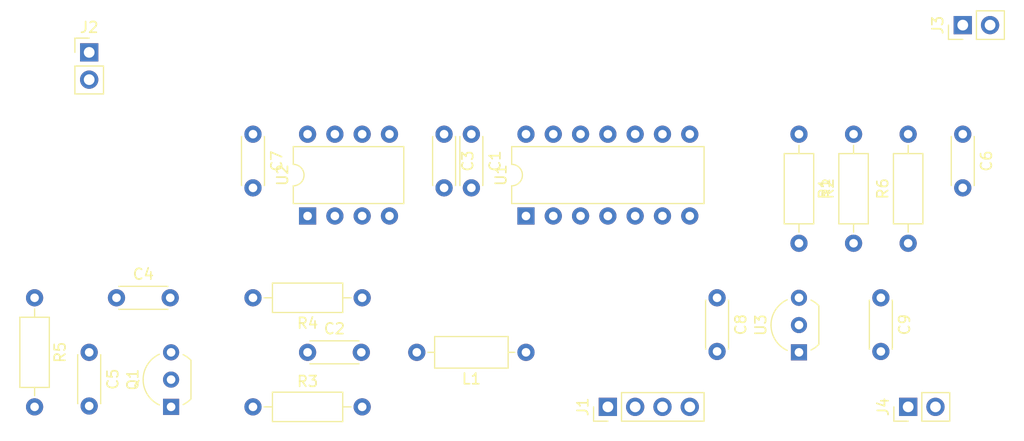
<source format=kicad_pcb>
(kicad_pcb (version 20171130) (host pcbnew "(5.0.2)-1")

  (general
    (thickness 1.6)
    (drawings 0)
    (tracks 0)
    (zones 0)
    (modules 24)
    (nets 20)
  )

  (page A4)
  (title_block
    (title "Theremin Phase Shift Sensor")
    (date 2019-10-10)
    (rev v0.1)
    (comment 1 "Teensy 4 Theremin Project")
    (comment 2 "(c) Vadim Lopatin 2019")
  )

  (layers
    (0 F.Cu signal)
    (31 B.Cu signal)
    (32 B.Adhes user)
    (33 F.Adhes user)
    (34 B.Paste user)
    (35 F.Paste user)
    (36 B.SilkS user)
    (37 F.SilkS user)
    (38 B.Mask user)
    (39 F.Mask user)
    (40 Dwgs.User user)
    (41 Cmts.User user)
    (42 Eco1.User user)
    (43 Eco2.User user)
    (44 Edge.Cuts user)
    (45 Margin user)
    (46 B.CrtYd user)
    (47 F.CrtYd user)
    (48 B.Fab user)
    (49 F.Fab user)
  )

  (setup
    (last_trace_width 0.25)
    (trace_clearance 0.2)
    (zone_clearance 0.508)
    (zone_45_only no)
    (trace_min 0.2)
    (segment_width 0.2)
    (edge_width 0.15)
    (via_size 0.8)
    (via_drill 0.4)
    (via_min_size 0.4)
    (via_min_drill 0.3)
    (uvia_size 0.3)
    (uvia_drill 0.1)
    (uvias_allowed no)
    (uvia_min_size 0.2)
    (uvia_min_drill 0.1)
    (pcb_text_width 0.3)
    (pcb_text_size 1.5 1.5)
    (mod_edge_width 0.15)
    (mod_text_size 1 1)
    (mod_text_width 0.15)
    (pad_size 1.524 1.524)
    (pad_drill 0.762)
    (pad_to_mask_clearance 0.051)
    (solder_mask_min_width 0.25)
    (aux_axis_origin 0 0)
    (visible_elements 7FFFFFFF)
    (pcbplotparams
      (layerselection 0x010fc_ffffffff)
      (usegerberextensions false)
      (usegerberattributes false)
      (usegerberadvancedattributes false)
      (creategerberjobfile false)
      (excludeedgelayer true)
      (linewidth 0.100000)
      (plotframeref false)
      (viasonmask false)
      (mode 1)
      (useauxorigin false)
      (hpglpennumber 1)
      (hpglpenspeed 20)
      (hpglpendiameter 15.000000)
      (psnegative false)
      (psa4output false)
      (plotreference true)
      (plotvalue true)
      (plotinvisibletext false)
      (padsonsilk false)
      (subtractmaskfromsilk false)
      (outputformat 1)
      (mirror false)
      (drillshape 1)
      (scaleselection 1)
      (outputdirectory ""))
  )

  (net 0 "")
  (net 1 +3V3)
  (net 2 GND)
  (net 3 "Net-(U2-Pad2)")
  (net 4 "Net-(U2-Pad3)")
  (net 5 "Net-(U2-Pad6)")
  (net 6 /REF_CLK)
  (net 7 "Net-(U1-Pad6)")
  (net 8 /PWM_OUT)
  (net 9 "Net-(U1-Pad10)")
  (net 10 "Net-(U2-Pad7)")
  (net 11 "Net-(C2-Pad1)")
  (net 12 "Net-(C6-Pad2)")
  (net 13 "Net-(C6-Pad1)")
  (net 14 "Net-(C5-Pad2)")
  (net 15 +5V)
  (net 16 "Net-(U1-Pad8)")
  (net 17 "Net-(L1-Pad1)")
  (net 18 "Net-(U1-Pad12)")
  (net 19 "Net-(C2-Pad2)")

  (net_class Default "This is the default net class."
    (clearance 0.2)
    (trace_width 0.25)
    (via_dia 0.8)
    (via_drill 0.4)
    (uvia_dia 0.3)
    (uvia_drill 0.1)
    (add_net +3V3)
    (add_net +5V)
    (add_net /PWM_OUT)
    (add_net /REF_CLK)
    (add_net GND)
    (add_net "Net-(C2-Pad1)")
    (add_net "Net-(C2-Pad2)")
    (add_net "Net-(C5-Pad2)")
    (add_net "Net-(C6-Pad1)")
    (add_net "Net-(C6-Pad2)")
    (add_net "Net-(L1-Pad1)")
    (add_net "Net-(U1-Pad10)")
    (add_net "Net-(U1-Pad12)")
    (add_net "Net-(U1-Pad6)")
    (add_net "Net-(U1-Pad8)")
    (add_net "Net-(U2-Pad2)")
    (add_net "Net-(U2-Pad3)")
    (add_net "Net-(U2-Pad6)")
    (add_net "Net-(U2-Pad7)")
  )

  (module Package_TO_SOT_THT:TO-92_Inline_Wide (layer F.Cu) (tedit 5A02FF81) (tstamp 5DD4C50B)
    (at 78.74 119.38 90)
    (descr "TO-92 leads in-line, wide, drill 0.75mm (see NXP sot054_po.pdf)")
    (tags "to-92 sc-43 sc-43a sot54 PA33 transistor")
    (path /5DD6481C)
    (fp_text reference Q1 (at 2.54 -3.56 90) (layer F.SilkS)
      (effects (font (size 1 1) (thickness 0.15)))
    )
    (fp_text value 2N3904 (at 2.54 2.79 90) (layer F.Fab)
      (effects (font (size 1 1) (thickness 0.15)))
    )
    (fp_arc (start 2.54 0) (end 4.34 1.85) (angle -20) (layer F.SilkS) (width 0.12))
    (fp_arc (start 2.54 0) (end 2.54 -2.48) (angle -135) (layer F.Fab) (width 0.1))
    (fp_arc (start 2.54 0) (end 2.54 -2.48) (angle 135) (layer F.Fab) (width 0.1))
    (fp_arc (start 2.54 0) (end 2.54 -2.6) (angle 65) (layer F.SilkS) (width 0.12))
    (fp_arc (start 2.54 0) (end 2.54 -2.6) (angle -65) (layer F.SilkS) (width 0.12))
    (fp_arc (start 2.54 0) (end 0.74 1.85) (angle 20) (layer F.SilkS) (width 0.12))
    (fp_line (start 6.09 2.01) (end -1.01 2.01) (layer F.CrtYd) (width 0.05))
    (fp_line (start 6.09 2.01) (end 6.09 -2.73) (layer F.CrtYd) (width 0.05))
    (fp_line (start -1.01 -2.73) (end -1.01 2.01) (layer F.CrtYd) (width 0.05))
    (fp_line (start -1.01 -2.73) (end 6.09 -2.73) (layer F.CrtYd) (width 0.05))
    (fp_line (start 0.8 1.75) (end 4.3 1.75) (layer F.Fab) (width 0.1))
    (fp_line (start 0.74 1.85) (end 4.34 1.85) (layer F.SilkS) (width 0.12))
    (fp_text user %R (at 2.54 -3.56 90) (layer F.Fab)
      (effects (font (size 1 1) (thickness 0.15)))
    )
    (pad 1 thru_hole rect (at 0 0 180) (size 1.5 1.5) (drill 0.8) (layers *.Cu *.Mask)
      (net 14 "Net-(C5-Pad2)"))
    (pad 3 thru_hole circle (at 5.08 0 180) (size 1.5 1.5) (drill 0.8) (layers *.Cu *.Mask)
      (net 1 +3V3))
    (pad 2 thru_hole circle (at 2.54 0 180) (size 1.5 1.5) (drill 0.8) (layers *.Cu *.Mask)
      (net 11 "Net-(C2-Pad1)"))
    (model ${KISYS3DMOD}/Package_TO_SOT_THT.3dshapes/TO-92_Inline_Wide.wrl
      (at (xyz 0 0 0))
      (scale (xyz 1 1 1))
      (rotate (xyz 0 0 0))
    )
  )

  (module Package_TO_SOT_THT:TO-92_Inline_Wide (layer F.Cu) (tedit 5A02FF81) (tstamp 5DD4C4F8)
    (at 137.16 114.3 90)
    (descr "TO-92 leads in-line, wide, drill 0.75mm (see NXP sot054_po.pdf)")
    (tags "to-92 sc-43 sc-43a sot54 PA33 transistor")
    (path /5DD2AFDF)
    (fp_text reference U3 (at 2.54 -3.56 90) (layer F.SilkS)
      (effects (font (size 1 1) (thickness 0.15)))
    )
    (fp_text value REG_3V3 (at 2.54 2.79 90) (layer F.Fab)
      (effects (font (size 1 1) (thickness 0.15)))
    )
    (fp_text user %R (at 2.54 -3.56 90) (layer F.Fab)
      (effects (font (size 1 1) (thickness 0.15)))
    )
    (fp_line (start 0.74 1.85) (end 4.34 1.85) (layer F.SilkS) (width 0.12))
    (fp_line (start 0.8 1.75) (end 4.3 1.75) (layer F.Fab) (width 0.1))
    (fp_line (start -1.01 -2.73) (end 6.09 -2.73) (layer F.CrtYd) (width 0.05))
    (fp_line (start -1.01 -2.73) (end -1.01 2.01) (layer F.CrtYd) (width 0.05))
    (fp_line (start 6.09 2.01) (end 6.09 -2.73) (layer F.CrtYd) (width 0.05))
    (fp_line (start 6.09 2.01) (end -1.01 2.01) (layer F.CrtYd) (width 0.05))
    (fp_arc (start 2.54 0) (end 0.74 1.85) (angle 20) (layer F.SilkS) (width 0.12))
    (fp_arc (start 2.54 0) (end 2.54 -2.6) (angle -65) (layer F.SilkS) (width 0.12))
    (fp_arc (start 2.54 0) (end 2.54 -2.6) (angle 65) (layer F.SilkS) (width 0.12))
    (fp_arc (start 2.54 0) (end 2.54 -2.48) (angle 135) (layer F.Fab) (width 0.1))
    (fp_arc (start 2.54 0) (end 2.54 -2.48) (angle -135) (layer F.Fab) (width 0.1))
    (fp_arc (start 2.54 0) (end 4.34 1.85) (angle -20) (layer F.SilkS) (width 0.12))
    (pad 2 thru_hole circle (at 2.54 0 180) (size 1.5 1.5) (drill 0.8) (layers *.Cu *.Mask)
      (net 15 +5V))
    (pad 3 thru_hole circle (at 5.08 0 180) (size 1.5 1.5) (drill 0.8) (layers *.Cu *.Mask)
      (net 1 +3V3))
    (pad 1 thru_hole rect (at 0 0 180) (size 1.5 1.5) (drill 0.8) (layers *.Cu *.Mask)
      (net 2 GND))
    (model ${KISYS3DMOD}/Package_TO_SOT_THT.3dshapes/TO-92_Inline_Wide.wrl
      (at (xyz 0 0 0))
      (scale (xyz 1 1 1))
      (rotate (xyz 0 0 0))
    )
  )

  (module Capacitor_THT:C_Disc_D4.3mm_W1.9mm_P5.00mm (layer F.Cu) (tedit 5AE50EF0) (tstamp 5DD48469)
    (at 104.14 93.98 270)
    (descr "C, Disc series, Radial, pin pitch=5.00mm, , diameter*width=4.3*1.9mm^2, Capacitor, http://www.vishay.com/docs/45233/krseries.pdf")
    (tags "C Disc series Radial pin pitch 5.00mm  diameter 4.3mm width 1.9mm Capacitor")
    (path /5D9E444E)
    (fp_text reference C3 (at 2.5 -2.2 270) (layer F.SilkS)
      (effects (font (size 1 1) (thickness 0.15)))
    )
    (fp_text value 10uF (at 2.5 2.2 270) (layer F.Fab)
      (effects (font (size 1 1) (thickness 0.15)))
    )
    (fp_text user %R (at 2.5 0 270) (layer F.Fab)
      (effects (font (size 0.86 0.86) (thickness 0.129)))
    )
    (fp_line (start 6.05 -1.2) (end -1.05 -1.2) (layer F.CrtYd) (width 0.05))
    (fp_line (start 6.05 1.2) (end 6.05 -1.2) (layer F.CrtYd) (width 0.05))
    (fp_line (start -1.05 1.2) (end 6.05 1.2) (layer F.CrtYd) (width 0.05))
    (fp_line (start -1.05 -1.2) (end -1.05 1.2) (layer F.CrtYd) (width 0.05))
    (fp_line (start 4.77 1.055) (end 4.77 1.07) (layer F.SilkS) (width 0.12))
    (fp_line (start 4.77 -1.07) (end 4.77 -1.055) (layer F.SilkS) (width 0.12))
    (fp_line (start 0.23 1.055) (end 0.23 1.07) (layer F.SilkS) (width 0.12))
    (fp_line (start 0.23 -1.07) (end 0.23 -1.055) (layer F.SilkS) (width 0.12))
    (fp_line (start 0.23 1.07) (end 4.77 1.07) (layer F.SilkS) (width 0.12))
    (fp_line (start 0.23 -1.07) (end 4.77 -1.07) (layer F.SilkS) (width 0.12))
    (fp_line (start 4.65 -0.95) (end 0.35 -0.95) (layer F.Fab) (width 0.1))
    (fp_line (start 4.65 0.95) (end 4.65 -0.95) (layer F.Fab) (width 0.1))
    (fp_line (start 0.35 0.95) (end 4.65 0.95) (layer F.Fab) (width 0.1))
    (fp_line (start 0.35 -0.95) (end 0.35 0.95) (layer F.Fab) (width 0.1))
    (pad 2 thru_hole circle (at 5 0 270) (size 1.6 1.6) (drill 0.8) (layers *.Cu *.Mask)
      (net 2 GND))
    (pad 1 thru_hole circle (at 0 0 270) (size 1.6 1.6) (drill 0.8) (layers *.Cu *.Mask)
      (net 1 +3V3))
    (model ${KISYS3DMOD}/Capacitor_THT.3dshapes/C_Disc_D4.3mm_W1.9mm_P5.00mm.wrl
      (at (xyz 0 0 0))
      (scale (xyz 1 1 1))
      (rotate (xyz 0 0 0))
    )
  )

  (module Capacitor_THT:C_Disc_D4.3mm_W1.9mm_P5.00mm (layer F.Cu) (tedit 5AE50EF0) (tstamp 5DD48365)
    (at 106.68 93.98 270)
    (descr "C, Disc series, Radial, pin pitch=5.00mm, , diameter*width=4.3*1.9mm^2, Capacitor, http://www.vishay.com/docs/45233/krseries.pdf")
    (tags "C Disc series Radial pin pitch 5.00mm  diameter 4.3mm width 1.9mm Capacitor")
    (path /5D9E440E)
    (fp_text reference C1 (at 2.5 -2.2 270) (layer F.SilkS)
      (effects (font (size 1 1) (thickness 0.15)))
    )
    (fp_text value 0.1uF (at 2.5 2.2 270) (layer F.Fab)
      (effects (font (size 1 1) (thickness 0.15)))
    )
    (fp_line (start 0.35 -0.95) (end 0.35 0.95) (layer F.Fab) (width 0.1))
    (fp_line (start 0.35 0.95) (end 4.65 0.95) (layer F.Fab) (width 0.1))
    (fp_line (start 4.65 0.95) (end 4.65 -0.95) (layer F.Fab) (width 0.1))
    (fp_line (start 4.65 -0.95) (end 0.35 -0.95) (layer F.Fab) (width 0.1))
    (fp_line (start 0.23 -1.07) (end 4.77 -1.07) (layer F.SilkS) (width 0.12))
    (fp_line (start 0.23 1.07) (end 4.77 1.07) (layer F.SilkS) (width 0.12))
    (fp_line (start 0.23 -1.07) (end 0.23 -1.055) (layer F.SilkS) (width 0.12))
    (fp_line (start 0.23 1.055) (end 0.23 1.07) (layer F.SilkS) (width 0.12))
    (fp_line (start 4.77 -1.07) (end 4.77 -1.055) (layer F.SilkS) (width 0.12))
    (fp_line (start 4.77 1.055) (end 4.77 1.07) (layer F.SilkS) (width 0.12))
    (fp_line (start -1.05 -1.2) (end -1.05 1.2) (layer F.CrtYd) (width 0.05))
    (fp_line (start -1.05 1.2) (end 6.05 1.2) (layer F.CrtYd) (width 0.05))
    (fp_line (start 6.05 1.2) (end 6.05 -1.2) (layer F.CrtYd) (width 0.05))
    (fp_line (start 6.05 -1.2) (end -1.05 -1.2) (layer F.CrtYd) (width 0.05))
    (fp_text user %R (at 2.5 0 270) (layer F.Fab)
      (effects (font (size 0.86 0.86) (thickness 0.129)))
    )
    (pad 1 thru_hole circle (at 0 0 270) (size 1.6 1.6) (drill 0.8) (layers *.Cu *.Mask)
      (net 1 +3V3))
    (pad 2 thru_hole circle (at 5 0 270) (size 1.6 1.6) (drill 0.8) (layers *.Cu *.Mask)
      (net 2 GND))
    (model ${KISYS3DMOD}/Capacitor_THT.3dshapes/C_Disc_D4.3mm_W1.9mm_P5.00mm.wrl
      (at (xyz 0 0 0))
      (scale (xyz 1 1 1))
      (rotate (xyz 0 0 0))
    )
  )

  (module Connector_PinHeader_2.54mm:PinHeader_1x04_P2.54mm_Vertical (layer F.Cu) (tedit 59FED5CC) (tstamp 5DD474EA)
    (at 119.38 119.38 90)
    (descr "Through hole straight pin header, 1x04, 2.54mm pitch, single row")
    (tags "Through hole pin header THT 1x04 2.54mm single row")
    (path /5D9E12F4)
    (fp_text reference J1 (at 0 -2.33 90) (layer F.SilkS)
      (effects (font (size 1 1) (thickness 0.15)))
    )
    (fp_text value SENSOR (at 0 9.95 90) (layer F.Fab)
      (effects (font (size 1 1) (thickness 0.15)))
    )
    (fp_line (start -0.635 -1.27) (end 1.27 -1.27) (layer F.Fab) (width 0.1))
    (fp_line (start 1.27 -1.27) (end 1.27 8.89) (layer F.Fab) (width 0.1))
    (fp_line (start 1.27 8.89) (end -1.27 8.89) (layer F.Fab) (width 0.1))
    (fp_line (start -1.27 8.89) (end -1.27 -0.635) (layer F.Fab) (width 0.1))
    (fp_line (start -1.27 -0.635) (end -0.635 -1.27) (layer F.Fab) (width 0.1))
    (fp_line (start -1.33 8.95) (end 1.33 8.95) (layer F.SilkS) (width 0.12))
    (fp_line (start -1.33 1.27) (end -1.33 8.95) (layer F.SilkS) (width 0.12))
    (fp_line (start 1.33 1.27) (end 1.33 8.95) (layer F.SilkS) (width 0.12))
    (fp_line (start -1.33 1.27) (end 1.33 1.27) (layer F.SilkS) (width 0.12))
    (fp_line (start -1.33 0) (end -1.33 -1.33) (layer F.SilkS) (width 0.12))
    (fp_line (start -1.33 -1.33) (end 0 -1.33) (layer F.SilkS) (width 0.12))
    (fp_line (start -1.8 -1.8) (end -1.8 9.4) (layer F.CrtYd) (width 0.05))
    (fp_line (start -1.8 9.4) (end 1.8 9.4) (layer F.CrtYd) (width 0.05))
    (fp_line (start 1.8 9.4) (end 1.8 -1.8) (layer F.CrtYd) (width 0.05))
    (fp_line (start 1.8 -1.8) (end -1.8 -1.8) (layer F.CrtYd) (width 0.05))
    (fp_text user %R (at 0 3.81 180) (layer F.Fab)
      (effects (font (size 1 1) (thickness 0.15)))
    )
    (pad 1 thru_hole rect (at 0 0 90) (size 1.7 1.7) (drill 1) (layers *.Cu *.Mask)
      (net 2 GND))
    (pad 2 thru_hole oval (at 0 2.54 90) (size 1.7 1.7) (drill 1) (layers *.Cu *.Mask)
      (net 8 /PWM_OUT))
    (pad 3 thru_hole oval (at 0 5.08 90) (size 1.7 1.7) (drill 1) (layers *.Cu *.Mask)
      (net 6 /REF_CLK))
    (pad 4 thru_hole oval (at 0 7.62 90) (size 1.7 1.7) (drill 1) (layers *.Cu *.Mask)
      (net 15 +5V))
    (model ${KISYS3DMOD}/Connector_PinHeader_2.54mm.3dshapes/PinHeader_1x04_P2.54mm_Vertical.wrl
      (at (xyz 0 0 0))
      (scale (xyz 1 1 1))
      (rotate (xyz 0 0 0))
    )
  )

  (module Capacitor_THT:C_Disc_D4.3mm_W1.9mm_P5.00mm (layer F.Cu) (tedit 5AE50EF0) (tstamp 5DD3A81B)
    (at 91.44 114.3)
    (descr "C, Disc series, Radial, pin pitch=5.00mm, , diameter*width=4.3*1.9mm^2, Capacitor, http://www.vishay.com/docs/45233/krseries.pdf")
    (tags "C Disc series Radial pin pitch 5.00mm  diameter 4.3mm width 1.9mm Capacitor")
    (path /5DD64502)
    (fp_text reference C2 (at 2.5 -2.2) (layer F.SilkS)
      (effects (font (size 1 1) (thickness 0.15)))
    )
    (fp_text value 47pF (at 2.5 2.2) (layer F.Fab)
      (effects (font (size 1 1) (thickness 0.15)))
    )
    (fp_line (start 0.35 -0.95) (end 0.35 0.95) (layer F.Fab) (width 0.1))
    (fp_line (start 0.35 0.95) (end 4.65 0.95) (layer F.Fab) (width 0.1))
    (fp_line (start 4.65 0.95) (end 4.65 -0.95) (layer F.Fab) (width 0.1))
    (fp_line (start 4.65 -0.95) (end 0.35 -0.95) (layer F.Fab) (width 0.1))
    (fp_line (start 0.23 -1.07) (end 4.77 -1.07) (layer F.SilkS) (width 0.12))
    (fp_line (start 0.23 1.07) (end 4.77 1.07) (layer F.SilkS) (width 0.12))
    (fp_line (start 0.23 -1.07) (end 0.23 -1.055) (layer F.SilkS) (width 0.12))
    (fp_line (start 0.23 1.055) (end 0.23 1.07) (layer F.SilkS) (width 0.12))
    (fp_line (start 4.77 -1.07) (end 4.77 -1.055) (layer F.SilkS) (width 0.12))
    (fp_line (start 4.77 1.055) (end 4.77 1.07) (layer F.SilkS) (width 0.12))
    (fp_line (start -1.05 -1.2) (end -1.05 1.2) (layer F.CrtYd) (width 0.05))
    (fp_line (start -1.05 1.2) (end 6.05 1.2) (layer F.CrtYd) (width 0.05))
    (fp_line (start 6.05 1.2) (end 6.05 -1.2) (layer F.CrtYd) (width 0.05))
    (fp_line (start 6.05 -1.2) (end -1.05 -1.2) (layer F.CrtYd) (width 0.05))
    (fp_text user %R (at 2.5 0) (layer F.Fab)
      (effects (font (size 0.86 0.86) (thickness 0.129)))
    )
    (pad 1 thru_hole circle (at 0 0) (size 1.6 1.6) (drill 0.8) (layers *.Cu *.Mask)
      (net 11 "Net-(C2-Pad1)"))
    (pad 2 thru_hole circle (at 5 0) (size 1.6 1.6) (drill 0.8) (layers *.Cu *.Mask)
      (net 19 "Net-(C2-Pad2)"))
    (model ${KISYS3DMOD}/Capacitor_THT.3dshapes/C_Disc_D4.3mm_W1.9mm_P5.00mm.wrl
      (at (xyz 0 0 0))
      (scale (xyz 1 1 1))
      (rotate (xyz 0 0 0))
    )
  )

  (module Capacitor_THT:C_Disc_D4.3mm_W1.9mm_P5.00mm (layer F.Cu) (tedit 5AE50EF0) (tstamp 5DD3A806)
    (at 73.66 109.22)
    (descr "C, Disc series, Radial, pin pitch=5.00mm, , diameter*width=4.3*1.9mm^2, Capacitor, http://www.vishay.com/docs/45233/krseries.pdf")
    (tags "C Disc series Radial pin pitch 5.00mm  diameter 4.3mm width 1.9mm Capacitor")
    (path /5DD80E05)
    (fp_text reference C4 (at 2.5 -2.2) (layer F.SilkS)
      (effects (font (size 1 1) (thickness 0.15)))
    )
    (fp_text value 0.1uF (at 2.5 2.2) (layer F.Fab)
      (effects (font (size 1 1) (thickness 0.15)))
    )
    (fp_text user %R (at 2.5 0) (layer F.Fab)
      (effects (font (size 0.86 0.86) (thickness 0.129)))
    )
    (fp_line (start 6.05 -1.2) (end -1.05 -1.2) (layer F.CrtYd) (width 0.05))
    (fp_line (start 6.05 1.2) (end 6.05 -1.2) (layer F.CrtYd) (width 0.05))
    (fp_line (start -1.05 1.2) (end 6.05 1.2) (layer F.CrtYd) (width 0.05))
    (fp_line (start -1.05 -1.2) (end -1.05 1.2) (layer F.CrtYd) (width 0.05))
    (fp_line (start 4.77 1.055) (end 4.77 1.07) (layer F.SilkS) (width 0.12))
    (fp_line (start 4.77 -1.07) (end 4.77 -1.055) (layer F.SilkS) (width 0.12))
    (fp_line (start 0.23 1.055) (end 0.23 1.07) (layer F.SilkS) (width 0.12))
    (fp_line (start 0.23 -1.07) (end 0.23 -1.055) (layer F.SilkS) (width 0.12))
    (fp_line (start 0.23 1.07) (end 4.77 1.07) (layer F.SilkS) (width 0.12))
    (fp_line (start 0.23 -1.07) (end 4.77 -1.07) (layer F.SilkS) (width 0.12))
    (fp_line (start 4.65 -0.95) (end 0.35 -0.95) (layer F.Fab) (width 0.1))
    (fp_line (start 4.65 0.95) (end 4.65 -0.95) (layer F.Fab) (width 0.1))
    (fp_line (start 0.35 0.95) (end 4.65 0.95) (layer F.Fab) (width 0.1))
    (fp_line (start 0.35 -0.95) (end 0.35 0.95) (layer F.Fab) (width 0.1))
    (pad 2 thru_hole circle (at 5 0) (size 1.6 1.6) (drill 0.8) (layers *.Cu *.Mask)
      (net 1 +3V3))
    (pad 1 thru_hole circle (at 0 0) (size 1.6 1.6) (drill 0.8) (layers *.Cu *.Mask)
      (net 2 GND))
    (model ${KISYS3DMOD}/Capacitor_THT.3dshapes/C_Disc_D4.3mm_W1.9mm_P5.00mm.wrl
      (at (xyz 0 0 0))
      (scale (xyz 1 1 1))
      (rotate (xyz 0 0 0))
    )
  )

  (module Capacitor_THT:C_Disc_D4.3mm_W1.9mm_P5.00mm (layer F.Cu) (tedit 5AE50EF0) (tstamp 5DD3A7F1)
    (at 71.12 114.3 270)
    (descr "C, Disc series, Radial, pin pitch=5.00mm, , diameter*width=4.3*1.9mm^2, Capacitor, http://www.vishay.com/docs/45233/krseries.pdf")
    (tags "C Disc series Radial pin pitch 5.00mm  diameter 4.3mm width 1.9mm Capacitor")
    (path /5DD71EB1)
    (fp_text reference C5 (at 2.5 -2.2 270) (layer F.SilkS)
      (effects (font (size 1 1) (thickness 0.15)))
    )
    (fp_text value 1000pF (at 2.5 2.2 270) (layer F.Fab)
      (effects (font (size 1 1) (thickness 0.15)))
    )
    (fp_line (start 0.35 -0.95) (end 0.35 0.95) (layer F.Fab) (width 0.1))
    (fp_line (start 0.35 0.95) (end 4.65 0.95) (layer F.Fab) (width 0.1))
    (fp_line (start 4.65 0.95) (end 4.65 -0.95) (layer F.Fab) (width 0.1))
    (fp_line (start 4.65 -0.95) (end 0.35 -0.95) (layer F.Fab) (width 0.1))
    (fp_line (start 0.23 -1.07) (end 4.77 -1.07) (layer F.SilkS) (width 0.12))
    (fp_line (start 0.23 1.07) (end 4.77 1.07) (layer F.SilkS) (width 0.12))
    (fp_line (start 0.23 -1.07) (end 0.23 -1.055) (layer F.SilkS) (width 0.12))
    (fp_line (start 0.23 1.055) (end 0.23 1.07) (layer F.SilkS) (width 0.12))
    (fp_line (start 4.77 -1.07) (end 4.77 -1.055) (layer F.SilkS) (width 0.12))
    (fp_line (start 4.77 1.055) (end 4.77 1.07) (layer F.SilkS) (width 0.12))
    (fp_line (start -1.05 -1.2) (end -1.05 1.2) (layer F.CrtYd) (width 0.05))
    (fp_line (start -1.05 1.2) (end 6.05 1.2) (layer F.CrtYd) (width 0.05))
    (fp_line (start 6.05 1.2) (end 6.05 -1.2) (layer F.CrtYd) (width 0.05))
    (fp_line (start 6.05 -1.2) (end -1.05 -1.2) (layer F.CrtYd) (width 0.05))
    (fp_text user %R (at 2.5 0 270) (layer F.Fab)
      (effects (font (size 0.86 0.86) (thickness 0.129)))
    )
    (pad 1 thru_hole circle (at 0 0 270) (size 1.6 1.6) (drill 0.8) (layers *.Cu *.Mask)
      (net 2 GND))
    (pad 2 thru_hole circle (at 5 0 270) (size 1.6 1.6) (drill 0.8) (layers *.Cu *.Mask)
      (net 14 "Net-(C5-Pad2)"))
    (model ${KISYS3DMOD}/Capacitor_THT.3dshapes/C_Disc_D4.3mm_W1.9mm_P5.00mm.wrl
      (at (xyz 0 0 0))
      (scale (xyz 1 1 1))
      (rotate (xyz 0 0 0))
    )
  )

  (module Capacitor_THT:C_Disc_D4.3mm_W1.9mm_P5.00mm (layer F.Cu) (tedit 5AE50EF0) (tstamp 5DD3A7DC)
    (at 152.4 93.98 270)
    (descr "C, Disc series, Radial, pin pitch=5.00mm, , diameter*width=4.3*1.9mm^2, Capacitor, http://www.vishay.com/docs/45233/krseries.pdf")
    (tags "C Disc series Radial pin pitch 5.00mm  diameter 4.3mm width 1.9mm Capacitor")
    (path /5D9DEE40)
    (fp_text reference C6 (at 2.5 -2.2 270) (layer F.SilkS)
      (effects (font (size 1 1) (thickness 0.15)))
    )
    (fp_text value 1pF (at 2.5 2.2 270) (layer F.Fab)
      (effects (font (size 1 1) (thickness 0.15)))
    )
    (fp_text user %R (at 2.5 0 270) (layer F.Fab)
      (effects (font (size 0.86 0.86) (thickness 0.129)))
    )
    (fp_line (start 6.05 -1.2) (end -1.05 -1.2) (layer F.CrtYd) (width 0.05))
    (fp_line (start 6.05 1.2) (end 6.05 -1.2) (layer F.CrtYd) (width 0.05))
    (fp_line (start -1.05 1.2) (end 6.05 1.2) (layer F.CrtYd) (width 0.05))
    (fp_line (start -1.05 -1.2) (end -1.05 1.2) (layer F.CrtYd) (width 0.05))
    (fp_line (start 4.77 1.055) (end 4.77 1.07) (layer F.SilkS) (width 0.12))
    (fp_line (start 4.77 -1.07) (end 4.77 -1.055) (layer F.SilkS) (width 0.12))
    (fp_line (start 0.23 1.055) (end 0.23 1.07) (layer F.SilkS) (width 0.12))
    (fp_line (start 0.23 -1.07) (end 0.23 -1.055) (layer F.SilkS) (width 0.12))
    (fp_line (start 0.23 1.07) (end 4.77 1.07) (layer F.SilkS) (width 0.12))
    (fp_line (start 0.23 -1.07) (end 4.77 -1.07) (layer F.SilkS) (width 0.12))
    (fp_line (start 4.65 -0.95) (end 0.35 -0.95) (layer F.Fab) (width 0.1))
    (fp_line (start 4.65 0.95) (end 4.65 -0.95) (layer F.Fab) (width 0.1))
    (fp_line (start 0.35 0.95) (end 4.65 0.95) (layer F.Fab) (width 0.1))
    (fp_line (start 0.35 -0.95) (end 0.35 0.95) (layer F.Fab) (width 0.1))
    (pad 2 thru_hole circle (at 5 0 270) (size 1.6 1.6) (drill 0.8) (layers *.Cu *.Mask)
      (net 12 "Net-(C6-Pad2)"))
    (pad 1 thru_hole circle (at 0 0 270) (size 1.6 1.6) (drill 0.8) (layers *.Cu *.Mask)
      (net 13 "Net-(C6-Pad1)"))
    (model ${KISYS3DMOD}/Capacitor_THT.3dshapes/C_Disc_D4.3mm_W1.9mm_P5.00mm.wrl
      (at (xyz 0 0 0))
      (scale (xyz 1 1 1))
      (rotate (xyz 0 0 0))
    )
  )

  (module Capacitor_THT:C_Disc_D4.3mm_W1.9mm_P5.00mm (layer F.Cu) (tedit 5AE50EF0) (tstamp 5DD3A7C7)
    (at 86.36 93.98 270)
    (descr "C, Disc series, Radial, pin pitch=5.00mm, , diameter*width=4.3*1.9mm^2, Capacitor, http://www.vishay.com/docs/45233/krseries.pdf")
    (tags "C Disc series Radial pin pitch 5.00mm  diameter 4.3mm width 1.9mm Capacitor")
    (path /5D9E43AA)
    (fp_text reference C7 (at 2.5 -2.2 270) (layer F.SilkS)
      (effects (font (size 1 1) (thickness 0.15)))
    )
    (fp_text value 0.1uF (at 2.5 2.2 270) (layer F.Fab)
      (effects (font (size 1 1) (thickness 0.15)))
    )
    (fp_line (start 0.35 -0.95) (end 0.35 0.95) (layer F.Fab) (width 0.1))
    (fp_line (start 0.35 0.95) (end 4.65 0.95) (layer F.Fab) (width 0.1))
    (fp_line (start 4.65 0.95) (end 4.65 -0.95) (layer F.Fab) (width 0.1))
    (fp_line (start 4.65 -0.95) (end 0.35 -0.95) (layer F.Fab) (width 0.1))
    (fp_line (start 0.23 -1.07) (end 4.77 -1.07) (layer F.SilkS) (width 0.12))
    (fp_line (start 0.23 1.07) (end 4.77 1.07) (layer F.SilkS) (width 0.12))
    (fp_line (start 0.23 -1.07) (end 0.23 -1.055) (layer F.SilkS) (width 0.12))
    (fp_line (start 0.23 1.055) (end 0.23 1.07) (layer F.SilkS) (width 0.12))
    (fp_line (start 4.77 -1.07) (end 4.77 -1.055) (layer F.SilkS) (width 0.12))
    (fp_line (start 4.77 1.055) (end 4.77 1.07) (layer F.SilkS) (width 0.12))
    (fp_line (start -1.05 -1.2) (end -1.05 1.2) (layer F.CrtYd) (width 0.05))
    (fp_line (start -1.05 1.2) (end 6.05 1.2) (layer F.CrtYd) (width 0.05))
    (fp_line (start 6.05 1.2) (end 6.05 -1.2) (layer F.CrtYd) (width 0.05))
    (fp_line (start 6.05 -1.2) (end -1.05 -1.2) (layer F.CrtYd) (width 0.05))
    (fp_text user %R (at 2.5 0 270) (layer F.Fab)
      (effects (font (size 0.86 0.86) (thickness 0.129)))
    )
    (pad 1 thru_hole circle (at 0 0 270) (size 1.6 1.6) (drill 0.8) (layers *.Cu *.Mask)
      (net 1 +3V3))
    (pad 2 thru_hole circle (at 5 0 270) (size 1.6 1.6) (drill 0.8) (layers *.Cu *.Mask)
      (net 2 GND))
    (model ${KISYS3DMOD}/Capacitor_THT.3dshapes/C_Disc_D4.3mm_W1.9mm_P5.00mm.wrl
      (at (xyz 0 0 0))
      (scale (xyz 1 1 1))
      (rotate (xyz 0 0 0))
    )
  )

  (module Capacitor_THT:C_Disc_D4.3mm_W1.9mm_P5.00mm (layer F.Cu) (tedit 5AE50EF0) (tstamp 5DD3A7B2)
    (at 129.54 109.22 270)
    (descr "C, Disc series, Radial, pin pitch=5.00mm, , diameter*width=4.3*1.9mm^2, Capacitor, http://www.vishay.com/docs/45233/krseries.pdf")
    (tags "C Disc series Radial pin pitch 5.00mm  diameter 4.3mm width 1.9mm Capacitor")
    (path /5DD314D9)
    (fp_text reference C8 (at 2.5 -2.2 270) (layer F.SilkS)
      (effects (font (size 1 1) (thickness 0.15)))
    )
    (fp_text value 1uF (at 2.5 2.2 270) (layer F.Fab)
      (effects (font (size 1 1) (thickness 0.15)))
    )
    (fp_text user %R (at 2.5 0 270) (layer F.Fab)
      (effects (font (size 0.86 0.86) (thickness 0.129)))
    )
    (fp_line (start 6.05 -1.2) (end -1.05 -1.2) (layer F.CrtYd) (width 0.05))
    (fp_line (start 6.05 1.2) (end 6.05 -1.2) (layer F.CrtYd) (width 0.05))
    (fp_line (start -1.05 1.2) (end 6.05 1.2) (layer F.CrtYd) (width 0.05))
    (fp_line (start -1.05 -1.2) (end -1.05 1.2) (layer F.CrtYd) (width 0.05))
    (fp_line (start 4.77 1.055) (end 4.77 1.07) (layer F.SilkS) (width 0.12))
    (fp_line (start 4.77 -1.07) (end 4.77 -1.055) (layer F.SilkS) (width 0.12))
    (fp_line (start 0.23 1.055) (end 0.23 1.07) (layer F.SilkS) (width 0.12))
    (fp_line (start 0.23 -1.07) (end 0.23 -1.055) (layer F.SilkS) (width 0.12))
    (fp_line (start 0.23 1.07) (end 4.77 1.07) (layer F.SilkS) (width 0.12))
    (fp_line (start 0.23 -1.07) (end 4.77 -1.07) (layer F.SilkS) (width 0.12))
    (fp_line (start 4.65 -0.95) (end 0.35 -0.95) (layer F.Fab) (width 0.1))
    (fp_line (start 4.65 0.95) (end 4.65 -0.95) (layer F.Fab) (width 0.1))
    (fp_line (start 0.35 0.95) (end 4.65 0.95) (layer F.Fab) (width 0.1))
    (fp_line (start 0.35 -0.95) (end 0.35 0.95) (layer F.Fab) (width 0.1))
    (pad 2 thru_hole circle (at 5 0 270) (size 1.6 1.6) (drill 0.8) (layers *.Cu *.Mask)
      (net 2 GND))
    (pad 1 thru_hole circle (at 0 0 270) (size 1.6 1.6) (drill 0.8) (layers *.Cu *.Mask)
      (net 15 +5V))
    (model ${KISYS3DMOD}/Capacitor_THT.3dshapes/C_Disc_D4.3mm_W1.9mm_P5.00mm.wrl
      (at (xyz 0 0 0))
      (scale (xyz 1 1 1))
      (rotate (xyz 0 0 0))
    )
  )

  (module Capacitor_THT:C_Disc_D4.3mm_W1.9mm_P5.00mm (layer F.Cu) (tedit 5AE50EF0) (tstamp 5DD3A79D)
    (at 144.78 109.22 270)
    (descr "C, Disc series, Radial, pin pitch=5.00mm, , diameter*width=4.3*1.9mm^2, Capacitor, http://www.vishay.com/docs/45233/krseries.pdf")
    (tags "C Disc series Radial pin pitch 5.00mm  diameter 4.3mm width 1.9mm Capacitor")
    (path /5DD2E1A1)
    (fp_text reference C9 (at 2.5 -2.2 270) (layer F.SilkS)
      (effects (font (size 1 1) (thickness 0.15)))
    )
    (fp_text value 1uF (at 2.5 2.2 270) (layer F.Fab)
      (effects (font (size 1 1) (thickness 0.15)))
    )
    (fp_line (start 0.35 -0.95) (end 0.35 0.95) (layer F.Fab) (width 0.1))
    (fp_line (start 0.35 0.95) (end 4.65 0.95) (layer F.Fab) (width 0.1))
    (fp_line (start 4.65 0.95) (end 4.65 -0.95) (layer F.Fab) (width 0.1))
    (fp_line (start 4.65 -0.95) (end 0.35 -0.95) (layer F.Fab) (width 0.1))
    (fp_line (start 0.23 -1.07) (end 4.77 -1.07) (layer F.SilkS) (width 0.12))
    (fp_line (start 0.23 1.07) (end 4.77 1.07) (layer F.SilkS) (width 0.12))
    (fp_line (start 0.23 -1.07) (end 0.23 -1.055) (layer F.SilkS) (width 0.12))
    (fp_line (start 0.23 1.055) (end 0.23 1.07) (layer F.SilkS) (width 0.12))
    (fp_line (start 4.77 -1.07) (end 4.77 -1.055) (layer F.SilkS) (width 0.12))
    (fp_line (start 4.77 1.055) (end 4.77 1.07) (layer F.SilkS) (width 0.12))
    (fp_line (start -1.05 -1.2) (end -1.05 1.2) (layer F.CrtYd) (width 0.05))
    (fp_line (start -1.05 1.2) (end 6.05 1.2) (layer F.CrtYd) (width 0.05))
    (fp_line (start 6.05 1.2) (end 6.05 -1.2) (layer F.CrtYd) (width 0.05))
    (fp_line (start 6.05 -1.2) (end -1.05 -1.2) (layer F.CrtYd) (width 0.05))
    (fp_text user %R (at 2.5 0 270) (layer F.Fab)
      (effects (font (size 0.86 0.86) (thickness 0.129)))
    )
    (pad 1 thru_hole circle (at 0 0 270) (size 1.6 1.6) (drill 0.8) (layers *.Cu *.Mask)
      (net 1 +3V3))
    (pad 2 thru_hole circle (at 5 0 270) (size 1.6 1.6) (drill 0.8) (layers *.Cu *.Mask)
      (net 2 GND))
    (model ${KISYS3DMOD}/Capacitor_THT.3dshapes/C_Disc_D4.3mm_W1.9mm_P5.00mm.wrl
      (at (xyz 0 0 0))
      (scale (xyz 1 1 1))
      (rotate (xyz 0 0 0))
    )
  )

  (module Connector_PinHeader_2.54mm:PinHeader_1x02_P2.54mm_Vertical (layer F.Cu) (tedit 59FED5CC) (tstamp 5DD3A788)
    (at 71.12 86.36)
    (descr "Through hole straight pin header, 1x02, 2.54mm pitch, single row")
    (tags "Through hole pin header THT 1x02 2.54mm single row")
    (path /5D9FD8BA)
    (fp_text reference J2 (at 0 -2.33) (layer F.SilkS)
      (effects (font (size 1 1) (thickness 0.15)))
    )
    (fp_text value L_IN (at 0 4.87) (layer F.Fab)
      (effects (font (size 1 1) (thickness 0.15)))
    )
    (fp_line (start -0.635 -1.27) (end 1.27 -1.27) (layer F.Fab) (width 0.1))
    (fp_line (start 1.27 -1.27) (end 1.27 3.81) (layer F.Fab) (width 0.1))
    (fp_line (start 1.27 3.81) (end -1.27 3.81) (layer F.Fab) (width 0.1))
    (fp_line (start -1.27 3.81) (end -1.27 -0.635) (layer F.Fab) (width 0.1))
    (fp_line (start -1.27 -0.635) (end -0.635 -1.27) (layer F.Fab) (width 0.1))
    (fp_line (start -1.33 3.87) (end 1.33 3.87) (layer F.SilkS) (width 0.12))
    (fp_line (start -1.33 1.27) (end -1.33 3.87) (layer F.SilkS) (width 0.12))
    (fp_line (start 1.33 1.27) (end 1.33 3.87) (layer F.SilkS) (width 0.12))
    (fp_line (start -1.33 1.27) (end 1.33 1.27) (layer F.SilkS) (width 0.12))
    (fp_line (start -1.33 0) (end -1.33 -1.33) (layer F.SilkS) (width 0.12))
    (fp_line (start -1.33 -1.33) (end 0 -1.33) (layer F.SilkS) (width 0.12))
    (fp_line (start -1.8 -1.8) (end -1.8 4.35) (layer F.CrtYd) (width 0.05))
    (fp_line (start -1.8 4.35) (end 1.8 4.35) (layer F.CrtYd) (width 0.05))
    (fp_line (start 1.8 4.35) (end 1.8 -1.8) (layer F.CrtYd) (width 0.05))
    (fp_line (start 1.8 -1.8) (end -1.8 -1.8) (layer F.CrtYd) (width 0.05))
    (fp_text user %R (at 0 1.27 90) (layer F.Fab)
      (effects (font (size 1 1) (thickness 0.15)))
    )
    (pad 1 thru_hole rect (at 0 0) (size 1.7 1.7) (drill 1) (layers *.Cu *.Mask)
      (net 14 "Net-(C5-Pad2)"))
    (pad 2 thru_hole oval (at 0 2.54) (size 1.7 1.7) (drill 1) (layers *.Cu *.Mask)
      (net 14 "Net-(C5-Pad2)"))
    (model ${KISYS3DMOD}/Connector_PinHeader_2.54mm.3dshapes/PinHeader_1x02_P2.54mm_Vertical.wrl
      (at (xyz 0 0 0))
      (scale (xyz 1 1 1))
      (rotate (xyz 0 0 0))
    )
  )

  (module Connector_PinHeader_2.54mm:PinHeader_1x02_P2.54mm_Vertical (layer F.Cu) (tedit 59FED5CC) (tstamp 5DD3A772)
    (at 152.4 83.82 90)
    (descr "Through hole straight pin header, 1x02, 2.54mm pitch, single row")
    (tags "Through hole pin header THT 1x02 2.54mm single row")
    (path /5D9FD952)
    (fp_text reference J3 (at 0 -2.33 90) (layer F.SilkS)
      (effects (font (size 1 1) (thickness 0.15)))
    )
    (fp_text value L_OUT (at 0 4.87 90) (layer F.Fab)
      (effects (font (size 1 1) (thickness 0.15)))
    )
    (fp_text user %R (at 0 1.27 180) (layer F.Fab)
      (effects (font (size 1 1) (thickness 0.15)))
    )
    (fp_line (start 1.8 -1.8) (end -1.8 -1.8) (layer F.CrtYd) (width 0.05))
    (fp_line (start 1.8 4.35) (end 1.8 -1.8) (layer F.CrtYd) (width 0.05))
    (fp_line (start -1.8 4.35) (end 1.8 4.35) (layer F.CrtYd) (width 0.05))
    (fp_line (start -1.8 -1.8) (end -1.8 4.35) (layer F.CrtYd) (width 0.05))
    (fp_line (start -1.33 -1.33) (end 0 -1.33) (layer F.SilkS) (width 0.12))
    (fp_line (start -1.33 0) (end -1.33 -1.33) (layer F.SilkS) (width 0.12))
    (fp_line (start -1.33 1.27) (end 1.33 1.27) (layer F.SilkS) (width 0.12))
    (fp_line (start 1.33 1.27) (end 1.33 3.87) (layer F.SilkS) (width 0.12))
    (fp_line (start -1.33 1.27) (end -1.33 3.87) (layer F.SilkS) (width 0.12))
    (fp_line (start -1.33 3.87) (end 1.33 3.87) (layer F.SilkS) (width 0.12))
    (fp_line (start -1.27 -0.635) (end -0.635 -1.27) (layer F.Fab) (width 0.1))
    (fp_line (start -1.27 3.81) (end -1.27 -0.635) (layer F.Fab) (width 0.1))
    (fp_line (start 1.27 3.81) (end -1.27 3.81) (layer F.Fab) (width 0.1))
    (fp_line (start 1.27 -1.27) (end 1.27 3.81) (layer F.Fab) (width 0.1))
    (fp_line (start -0.635 -1.27) (end 1.27 -1.27) (layer F.Fab) (width 0.1))
    (pad 2 thru_hole oval (at 0 2.54 90) (size 1.7 1.7) (drill 1) (layers *.Cu *.Mask)
      (net 13 "Net-(C6-Pad1)"))
    (pad 1 thru_hole rect (at 0 0 90) (size 1.7 1.7) (drill 1) (layers *.Cu *.Mask)
      (net 13 "Net-(C6-Pad1)"))
    (model ${KISYS3DMOD}/Connector_PinHeader_2.54mm.3dshapes/PinHeader_1x02_P2.54mm_Vertical.wrl
      (at (xyz 0 0 0))
      (scale (xyz 1 1 1))
      (rotate (xyz 0 0 0))
    )
  )

  (module Connector_PinHeader_2.54mm:PinHeader_1x02_P2.54mm_Vertical (layer F.Cu) (tedit 59FED5CC) (tstamp 5DD3A75C)
    (at 147.32 119.38 90)
    (descr "Through hole straight pin header, 1x02, 2.54mm pitch, single row")
    (tags "Through hole pin header THT 1x02 2.54mm single row")
    (path /5D9FD990)
    (fp_text reference J4 (at 0 -2.33 90) (layer F.SilkS)
      (effects (font (size 1 1) (thickness 0.15)))
    )
    (fp_text value ANT (at 0 4.87 90) (layer F.Fab)
      (effects (font (size 1 1) (thickness 0.15)))
    )
    (fp_line (start -0.635 -1.27) (end 1.27 -1.27) (layer F.Fab) (width 0.1))
    (fp_line (start 1.27 -1.27) (end 1.27 3.81) (layer F.Fab) (width 0.1))
    (fp_line (start 1.27 3.81) (end -1.27 3.81) (layer F.Fab) (width 0.1))
    (fp_line (start -1.27 3.81) (end -1.27 -0.635) (layer F.Fab) (width 0.1))
    (fp_line (start -1.27 -0.635) (end -0.635 -1.27) (layer F.Fab) (width 0.1))
    (fp_line (start -1.33 3.87) (end 1.33 3.87) (layer F.SilkS) (width 0.12))
    (fp_line (start -1.33 1.27) (end -1.33 3.87) (layer F.SilkS) (width 0.12))
    (fp_line (start 1.33 1.27) (end 1.33 3.87) (layer F.SilkS) (width 0.12))
    (fp_line (start -1.33 1.27) (end 1.33 1.27) (layer F.SilkS) (width 0.12))
    (fp_line (start -1.33 0) (end -1.33 -1.33) (layer F.SilkS) (width 0.12))
    (fp_line (start -1.33 -1.33) (end 0 -1.33) (layer F.SilkS) (width 0.12))
    (fp_line (start -1.8 -1.8) (end -1.8 4.35) (layer F.CrtYd) (width 0.05))
    (fp_line (start -1.8 4.35) (end 1.8 4.35) (layer F.CrtYd) (width 0.05))
    (fp_line (start 1.8 4.35) (end 1.8 -1.8) (layer F.CrtYd) (width 0.05))
    (fp_line (start 1.8 -1.8) (end -1.8 -1.8) (layer F.CrtYd) (width 0.05))
    (fp_text user %R (at 0 1.27 180) (layer F.Fab)
      (effects (font (size 1 1) (thickness 0.15)))
    )
    (pad 1 thru_hole rect (at 0 0 90) (size 1.7 1.7) (drill 1) (layers *.Cu *.Mask)
      (net 13 "Net-(C6-Pad1)"))
    (pad 2 thru_hole oval (at 0 2.54 90) (size 1.7 1.7) (drill 1) (layers *.Cu *.Mask)
      (net 13 "Net-(C6-Pad1)"))
    (model ${KISYS3DMOD}/Connector_PinHeader_2.54mm.3dshapes/PinHeader_1x02_P2.54mm_Vertical.wrl
      (at (xyz 0 0 0))
      (scale (xyz 1 1 1))
      (rotate (xyz 0 0 0))
    )
  )

  (module Inductor_THT:L_Axial_L6.6mm_D2.7mm_P10.16mm_Horizontal_Vishay_IM-2 (layer F.Cu) (tedit 5AE59B05) (tstamp 5DD3A6F9)
    (at 111.76 114.3 180)
    (descr "Inductor, Axial series, Axial, Horizontal, pin pitch=10.16mm, , length*diameter=6.6*2.7mm^2, Vishay, IM-2, http://www.vishay.com/docs/34030/im.pdf")
    (tags "Inductor Axial series Axial Horizontal pin pitch 10.16mm  length 6.6mm diameter 2.7mm Vishay IM-2")
    (path /5DD64486)
    (fp_text reference L1 (at 5.08 -2.47 180) (layer F.SilkS)
      (effects (font (size 1 1) (thickness 0.15)))
    )
    (fp_text value 1mH (at 5.08 2.47 180) (layer F.Fab)
      (effects (font (size 1 1) (thickness 0.15)))
    )
    (fp_line (start 1.78 -1.35) (end 1.78 1.35) (layer F.Fab) (width 0.1))
    (fp_line (start 1.78 1.35) (end 8.38 1.35) (layer F.Fab) (width 0.1))
    (fp_line (start 8.38 1.35) (end 8.38 -1.35) (layer F.Fab) (width 0.1))
    (fp_line (start 8.38 -1.35) (end 1.78 -1.35) (layer F.Fab) (width 0.1))
    (fp_line (start 0 0) (end 1.78 0) (layer F.Fab) (width 0.1))
    (fp_line (start 10.16 0) (end 8.38 0) (layer F.Fab) (width 0.1))
    (fp_line (start 1.66 -1.47) (end 1.66 1.47) (layer F.SilkS) (width 0.12))
    (fp_line (start 1.66 1.47) (end 8.5 1.47) (layer F.SilkS) (width 0.12))
    (fp_line (start 8.5 1.47) (end 8.5 -1.47) (layer F.SilkS) (width 0.12))
    (fp_line (start 8.5 -1.47) (end 1.66 -1.47) (layer F.SilkS) (width 0.12))
    (fp_line (start 1.04 0) (end 1.66 0) (layer F.SilkS) (width 0.12))
    (fp_line (start 9.12 0) (end 8.5 0) (layer F.SilkS) (width 0.12))
    (fp_line (start -1.05 -1.6) (end -1.05 1.6) (layer F.CrtYd) (width 0.05))
    (fp_line (start -1.05 1.6) (end 11.21 1.6) (layer F.CrtYd) (width 0.05))
    (fp_line (start 11.21 1.6) (end 11.21 -1.6) (layer F.CrtYd) (width 0.05))
    (fp_line (start 11.21 -1.6) (end -1.05 -1.6) (layer F.CrtYd) (width 0.05))
    (fp_text user %R (at 5.08 0 180) (layer F.Fab)
      (effects (font (size 1 1) (thickness 0.15)))
    )
    (pad 1 thru_hole circle (at 0 0 180) (size 1.6 1.6) (drill 0.8) (layers *.Cu *.Mask)
      (net 17 "Net-(L1-Pad1)"))
    (pad 2 thru_hole oval (at 10.16 0 180) (size 1.6 1.6) (drill 0.8) (layers *.Cu *.Mask)
      (net 19 "Net-(C2-Pad2)"))
    (model ${KISYS3DMOD}/Inductor_THT.3dshapes/L_Axial_L6.6mm_D2.7mm_P10.16mm_Horizontal_Vishay_IM-2.wrl
      (at (xyz 0 0 0))
      (scale (xyz 1 1 1))
      (rotate (xyz 0 0 0))
    )
  )

  (module Package_DIP:DIP-14_W7.62mm (layer F.Cu) (tedit 5A02E8C5) (tstamp 5DD3A6E2)
    (at 111.76 101.6 90)
    (descr "14-lead though-hole mounted DIP package, row spacing 7.62 mm (300 mils)")
    (tags "THT DIP DIL PDIP 2.54mm 7.62mm 300mil")
    (path /5DD5023B)
    (fp_text reference U1 (at 3.81 -2.33 90) (layer F.SilkS)
      (effects (font (size 1 1) (thickness 0.15)))
    )
    (fp_text value 74HC04 (at 3.81 17.57 90) (layer F.Fab)
      (effects (font (size 1 1) (thickness 0.15)))
    )
    (fp_arc (start 3.81 -1.33) (end 2.81 -1.33) (angle -180) (layer F.SilkS) (width 0.12))
    (fp_line (start 1.635 -1.27) (end 6.985 -1.27) (layer F.Fab) (width 0.1))
    (fp_line (start 6.985 -1.27) (end 6.985 16.51) (layer F.Fab) (width 0.1))
    (fp_line (start 6.985 16.51) (end 0.635 16.51) (layer F.Fab) (width 0.1))
    (fp_line (start 0.635 16.51) (end 0.635 -0.27) (layer F.Fab) (width 0.1))
    (fp_line (start 0.635 -0.27) (end 1.635 -1.27) (layer F.Fab) (width 0.1))
    (fp_line (start 2.81 -1.33) (end 1.16 -1.33) (layer F.SilkS) (width 0.12))
    (fp_line (start 1.16 -1.33) (end 1.16 16.57) (layer F.SilkS) (width 0.12))
    (fp_line (start 1.16 16.57) (end 6.46 16.57) (layer F.SilkS) (width 0.12))
    (fp_line (start 6.46 16.57) (end 6.46 -1.33) (layer F.SilkS) (width 0.12))
    (fp_line (start 6.46 -1.33) (end 4.81 -1.33) (layer F.SilkS) (width 0.12))
    (fp_line (start -1.1 -1.55) (end -1.1 16.8) (layer F.CrtYd) (width 0.05))
    (fp_line (start -1.1 16.8) (end 8.7 16.8) (layer F.CrtYd) (width 0.05))
    (fp_line (start 8.7 16.8) (end 8.7 -1.55) (layer F.CrtYd) (width 0.05))
    (fp_line (start 8.7 -1.55) (end -1.1 -1.55) (layer F.CrtYd) (width 0.05))
    (fp_text user %R (at 3.81 7.62 90) (layer F.Fab)
      (effects (font (size 1 1) (thickness 0.15)))
    )
    (pad 1 thru_hole rect (at 0 0 90) (size 1.6 1.6) (drill 0.8) (layers *.Cu *.Mask)
      (net 6 /REF_CLK))
    (pad 8 thru_hole oval (at 7.62 15.24 90) (size 1.6 1.6) (drill 0.8) (layers *.Cu *.Mask)
      (net 16 "Net-(U1-Pad8)"))
    (pad 2 thru_hole oval (at 0 2.54 90) (size 1.6 1.6) (drill 0.8) (layers *.Cu *.Mask)
      (net 17 "Net-(L1-Pad1)"))
    (pad 9 thru_hole oval (at 7.62 12.7 90) (size 1.6 1.6) (drill 0.8) (layers *.Cu *.Mask)
      (net 1 +3V3))
    (pad 3 thru_hole oval (at 0 5.08 90) (size 1.6 1.6) (drill 0.8) (layers *.Cu *.Mask)
      (net 12 "Net-(C6-Pad2)"))
    (pad 10 thru_hole oval (at 7.62 10.16 90) (size 1.6 1.6) (drill 0.8) (layers *.Cu *.Mask)
      (net 9 "Net-(U1-Pad10)"))
    (pad 4 thru_hole oval (at 0 7.62 90) (size 1.6 1.6) (drill 0.8) (layers *.Cu *.Mask)
      (net 8 /PWM_OUT))
    (pad 11 thru_hole oval (at 7.62 7.62 90) (size 1.6 1.6) (drill 0.8) (layers *.Cu *.Mask)
      (net 1 +3V3))
    (pad 5 thru_hole oval (at 0 10.16 90) (size 1.6 1.6) (drill 0.8) (layers *.Cu *.Mask)
      (net 1 +3V3))
    (pad 12 thru_hole oval (at 7.62 5.08 90) (size 1.6 1.6) (drill 0.8) (layers *.Cu *.Mask)
      (net 18 "Net-(U1-Pad12)"))
    (pad 6 thru_hole oval (at 0 12.7 90) (size 1.6 1.6) (drill 0.8) (layers *.Cu *.Mask)
      (net 7 "Net-(U1-Pad6)"))
    (pad 13 thru_hole oval (at 7.62 2.54 90) (size 1.6 1.6) (drill 0.8) (layers *.Cu *.Mask)
      (net 1 +3V3))
    (pad 7 thru_hole oval (at 0 15.24 90) (size 1.6 1.6) (drill 0.8) (layers *.Cu *.Mask)
      (net 2 GND))
    (pad 14 thru_hole oval (at 7.62 0 90) (size 1.6 1.6) (drill 0.8) (layers *.Cu *.Mask)
      (net 1 +3V3))
    (model ${KISYS3DMOD}/Package_DIP.3dshapes/DIP-14_W7.62mm.wrl
      (at (xyz 0 0 0))
      (scale (xyz 1 1 1))
      (rotate (xyz 0 0 0))
    )
  )

  (module Package_DIP:DIP-8_W7.62mm (layer F.Cu) (tedit 5A02E8C5) (tstamp 5DD3A6C0)
    (at 91.44 101.6 90)
    (descr "8-lead though-hole mounted DIP package, row spacing 7.62 mm (300 mils)")
    (tags "THT DIP DIL PDIP 2.54mm 7.62mm 300mil")
    (path /5D9E4310)
    (fp_text reference U2 (at 3.81 -2.33 90) (layer F.SilkS)
      (effects (font (size 1 1) (thickness 0.15)))
    )
    (fp_text value sp721 (at 3.81 9.95 90) (layer F.Fab)
      (effects (font (size 1 1) (thickness 0.15)))
    )
    (fp_arc (start 3.81 -1.33) (end 2.81 -1.33) (angle -180) (layer F.SilkS) (width 0.12))
    (fp_line (start 1.635 -1.27) (end 6.985 -1.27) (layer F.Fab) (width 0.1))
    (fp_line (start 6.985 -1.27) (end 6.985 8.89) (layer F.Fab) (width 0.1))
    (fp_line (start 6.985 8.89) (end 0.635 8.89) (layer F.Fab) (width 0.1))
    (fp_line (start 0.635 8.89) (end 0.635 -0.27) (layer F.Fab) (width 0.1))
    (fp_line (start 0.635 -0.27) (end 1.635 -1.27) (layer F.Fab) (width 0.1))
    (fp_line (start 2.81 -1.33) (end 1.16 -1.33) (layer F.SilkS) (width 0.12))
    (fp_line (start 1.16 -1.33) (end 1.16 8.95) (layer F.SilkS) (width 0.12))
    (fp_line (start 1.16 8.95) (end 6.46 8.95) (layer F.SilkS) (width 0.12))
    (fp_line (start 6.46 8.95) (end 6.46 -1.33) (layer F.SilkS) (width 0.12))
    (fp_line (start 6.46 -1.33) (end 4.81 -1.33) (layer F.SilkS) (width 0.12))
    (fp_line (start -1.1 -1.55) (end -1.1 9.15) (layer F.CrtYd) (width 0.05))
    (fp_line (start -1.1 9.15) (end 8.7 9.15) (layer F.CrtYd) (width 0.05))
    (fp_line (start 8.7 9.15) (end 8.7 -1.55) (layer F.CrtYd) (width 0.05))
    (fp_line (start 8.7 -1.55) (end -1.1 -1.55) (layer F.CrtYd) (width 0.05))
    (fp_text user %R (at 3.81 3.81 90) (layer F.Fab)
      (effects (font (size 1 1) (thickness 0.15)))
    )
    (pad 1 thru_hole rect (at 0 0 90) (size 1.6 1.6) (drill 0.8) (layers *.Cu *.Mask)
      (net 12 "Net-(C6-Pad2)"))
    (pad 5 thru_hole oval (at 7.62 7.62 90) (size 1.6 1.6) (drill 0.8) (layers *.Cu *.Mask)
      (net 14 "Net-(C5-Pad2)"))
    (pad 2 thru_hole oval (at 0 2.54 90) (size 1.6 1.6) (drill 0.8) (layers *.Cu *.Mask)
      (net 3 "Net-(U2-Pad2)"))
    (pad 6 thru_hole oval (at 7.62 5.08 90) (size 1.6 1.6) (drill 0.8) (layers *.Cu *.Mask)
      (net 5 "Net-(U2-Pad6)"))
    (pad 3 thru_hole oval (at 0 5.08 90) (size 1.6 1.6) (drill 0.8) (layers *.Cu *.Mask)
      (net 4 "Net-(U2-Pad3)"))
    (pad 7 thru_hole oval (at 7.62 2.54 90) (size 1.6 1.6) (drill 0.8) (layers *.Cu *.Mask)
      (net 10 "Net-(U2-Pad7)"))
    (pad 4 thru_hole oval (at 0 7.62 90) (size 1.6 1.6) (drill 0.8) (layers *.Cu *.Mask)
      (net 2 GND))
    (pad 8 thru_hole oval (at 7.62 0 90) (size 1.6 1.6) (drill 0.8) (layers *.Cu *.Mask)
      (net 1 +3V3))
    (model ${KISYS3DMOD}/Package_DIP.3dshapes/DIP-8_W7.62mm.wrl
      (at (xyz 0 0 0))
      (scale (xyz 1 1 1))
      (rotate (xyz 0 0 0))
    )
  )

  (module Resistor_THT:R_Axial_DIN0207_L6.3mm_D2.5mm_P10.16mm_Horizontal (layer F.Cu) (tedit 5AE5139B) (tstamp 5DD3A680)
    (at 66.04 109.22 270)
    (descr "Resistor, Axial_DIN0207 series, Axial, Horizontal, pin pitch=10.16mm, 0.25W = 1/4W, length*diameter=6.3*2.5mm^2, http://cdn-reichelt.de/documents/datenblatt/B400/1_4W%23YAG.pdf")
    (tags "Resistor Axial_DIN0207 series Axial Horizontal pin pitch 10.16mm 0.25W = 1/4W length 6.3mm diameter 2.5mm")
    (path /5DD64874)
    (fp_text reference R5 (at 5.08 -2.37 270) (layer F.SilkS)
      (effects (font (size 1 1) (thickness 0.15)))
    )
    (fp_text value 68 (at 5.08 2.37 270) (layer F.Fab)
      (effects (font (size 1 1) (thickness 0.15)))
    )
    (fp_text user %R (at 5.08 0 270) (layer F.Fab)
      (effects (font (size 1 1) (thickness 0.15)))
    )
    (fp_line (start 11.21 -1.5) (end -1.05 -1.5) (layer F.CrtYd) (width 0.05))
    (fp_line (start 11.21 1.5) (end 11.21 -1.5) (layer F.CrtYd) (width 0.05))
    (fp_line (start -1.05 1.5) (end 11.21 1.5) (layer F.CrtYd) (width 0.05))
    (fp_line (start -1.05 -1.5) (end -1.05 1.5) (layer F.CrtYd) (width 0.05))
    (fp_line (start 9.12 0) (end 8.35 0) (layer F.SilkS) (width 0.12))
    (fp_line (start 1.04 0) (end 1.81 0) (layer F.SilkS) (width 0.12))
    (fp_line (start 8.35 -1.37) (end 1.81 -1.37) (layer F.SilkS) (width 0.12))
    (fp_line (start 8.35 1.37) (end 8.35 -1.37) (layer F.SilkS) (width 0.12))
    (fp_line (start 1.81 1.37) (end 8.35 1.37) (layer F.SilkS) (width 0.12))
    (fp_line (start 1.81 -1.37) (end 1.81 1.37) (layer F.SilkS) (width 0.12))
    (fp_line (start 10.16 0) (end 8.23 0) (layer F.Fab) (width 0.1))
    (fp_line (start 0 0) (end 1.93 0) (layer F.Fab) (width 0.1))
    (fp_line (start 8.23 -1.25) (end 1.93 -1.25) (layer F.Fab) (width 0.1))
    (fp_line (start 8.23 1.25) (end 8.23 -1.25) (layer F.Fab) (width 0.1))
    (fp_line (start 1.93 1.25) (end 8.23 1.25) (layer F.Fab) (width 0.1))
    (fp_line (start 1.93 -1.25) (end 1.93 1.25) (layer F.Fab) (width 0.1))
    (pad 2 thru_hole oval (at 10.16 0 270) (size 1.6 1.6) (drill 0.8) (layers *.Cu *.Mask)
      (net 14 "Net-(C5-Pad2)"))
    (pad 1 thru_hole circle (at 0 0 270) (size 1.6 1.6) (drill 0.8) (layers *.Cu *.Mask)
      (net 2 GND))
    (model ${KISYS3DMOD}/Resistor_THT.3dshapes/R_Axial_DIN0207_L6.3mm_D2.5mm_P10.16mm_Horizontal.wrl
      (at (xyz 0 0 0))
      (scale (xyz 1 1 1))
      (rotate (xyz 0 0 0))
    )
  )

  (module Resistor_THT:R_Axial_DIN0207_L6.3mm_D2.5mm_P10.16mm_Horizontal (layer F.Cu) (tedit 5AE5139B) (tstamp 5DD3A669)
    (at 147.32 104.14 90)
    (descr "Resistor, Axial_DIN0207 series, Axial, Horizontal, pin pitch=10.16mm, 0.25W = 1/4W, length*diameter=6.3*2.5mm^2, http://cdn-reichelt.de/documents/datenblatt/B400/1_4W%23YAG.pdf")
    (tags "Resistor Axial_DIN0207 series Axial Horizontal pin pitch 10.16mm 0.25W = 1/4W length 6.3mm diameter 2.5mm")
    (path /5DDDDDE5)
    (fp_text reference R6 (at 5.08 -2.37 90) (layer F.SilkS)
      (effects (font (size 1 1) (thickness 0.15)))
    )
    (fp_text value 1.5M (at 5.08 2.37 90) (layer F.Fab)
      (effects (font (size 1 1) (thickness 0.15)))
    )
    (fp_line (start 1.93 -1.25) (end 1.93 1.25) (layer F.Fab) (width 0.1))
    (fp_line (start 1.93 1.25) (end 8.23 1.25) (layer F.Fab) (width 0.1))
    (fp_line (start 8.23 1.25) (end 8.23 -1.25) (layer F.Fab) (width 0.1))
    (fp_line (start 8.23 -1.25) (end 1.93 -1.25) (layer F.Fab) (width 0.1))
    (fp_line (start 0 0) (end 1.93 0) (layer F.Fab) (width 0.1))
    (fp_line (start 10.16 0) (end 8.23 0) (layer F.Fab) (width 0.1))
    (fp_line (start 1.81 -1.37) (end 1.81 1.37) (layer F.SilkS) (width 0.12))
    (fp_line (start 1.81 1.37) (end 8.35 1.37) (layer F.SilkS) (width 0.12))
    (fp_line (start 8.35 1.37) (end 8.35 -1.37) (layer F.SilkS) (width 0.12))
    (fp_line (start 8.35 -1.37) (end 1.81 -1.37) (layer F.SilkS) (width 0.12))
    (fp_line (start 1.04 0) (end 1.81 0) (layer F.SilkS) (width 0.12))
    (fp_line (start 9.12 0) (end 8.35 0) (layer F.SilkS) (width 0.12))
    (fp_line (start -1.05 -1.5) (end -1.05 1.5) (layer F.CrtYd) (width 0.05))
    (fp_line (start -1.05 1.5) (end 11.21 1.5) (layer F.CrtYd) (width 0.05))
    (fp_line (start 11.21 1.5) (end 11.21 -1.5) (layer F.CrtYd) (width 0.05))
    (fp_line (start 11.21 -1.5) (end -1.05 -1.5) (layer F.CrtYd) (width 0.05))
    (fp_text user %R (at 5.08 0 90) (layer F.Fab)
      (effects (font (size 1 1) (thickness 0.15)))
    )
    (pad 1 thru_hole circle (at 0 0 90) (size 1.6 1.6) (drill 0.8) (layers *.Cu *.Mask)
      (net 2 GND))
    (pad 2 thru_hole oval (at 10.16 0 90) (size 1.6 1.6) (drill 0.8) (layers *.Cu *.Mask)
      (net 13 "Net-(C6-Pad1)"))
    (model ${KISYS3DMOD}/Resistor_THT.3dshapes/R_Axial_DIN0207_L6.3mm_D2.5mm_P10.16mm_Horizontal.wrl
      (at (xyz 0 0 0))
      (scale (xyz 1 1 1))
      (rotate (xyz 0 0 0))
    )
  )

  (module Resistor_THT:R_Axial_DIN0207_L6.3mm_D2.5mm_P10.16mm_Horizontal (layer F.Cu) (tedit 5AE5139B) (tstamp 5DD3A652)
    (at 137.16 93.98 270)
    (descr "Resistor, Axial_DIN0207 series, Axial, Horizontal, pin pitch=10.16mm, 0.25W = 1/4W, length*diameter=6.3*2.5mm^2, http://cdn-reichelt.de/documents/datenblatt/B400/1_4W%23YAG.pdf")
    (tags "Resistor Axial_DIN0207 series Axial Horizontal pin pitch 10.16mm 0.25W = 1/4W length 6.3mm diameter 2.5mm")
    (path /5DD9901B)
    (fp_text reference R1 (at 5.08 -2.37 270) (layer F.SilkS)
      (effects (font (size 1 1) (thickness 0.15)))
    )
    (fp_text value 22K (at 5.08 2.37 270) (layer F.Fab)
      (effects (font (size 1 1) (thickness 0.15)))
    )
    (fp_text user %R (at 5.08 0 270) (layer F.Fab)
      (effects (font (size 1 1) (thickness 0.15)))
    )
    (fp_line (start 11.21 -1.5) (end -1.05 -1.5) (layer F.CrtYd) (width 0.05))
    (fp_line (start 11.21 1.5) (end 11.21 -1.5) (layer F.CrtYd) (width 0.05))
    (fp_line (start -1.05 1.5) (end 11.21 1.5) (layer F.CrtYd) (width 0.05))
    (fp_line (start -1.05 -1.5) (end -1.05 1.5) (layer F.CrtYd) (width 0.05))
    (fp_line (start 9.12 0) (end 8.35 0) (layer F.SilkS) (width 0.12))
    (fp_line (start 1.04 0) (end 1.81 0) (layer F.SilkS) (width 0.12))
    (fp_line (start 8.35 -1.37) (end 1.81 -1.37) (layer F.SilkS) (width 0.12))
    (fp_line (start 8.35 1.37) (end 8.35 -1.37) (layer F.SilkS) (width 0.12))
    (fp_line (start 1.81 1.37) (end 8.35 1.37) (layer F.SilkS) (width 0.12))
    (fp_line (start 1.81 -1.37) (end 1.81 1.37) (layer F.SilkS) (width 0.12))
    (fp_line (start 10.16 0) (end 8.23 0) (layer F.Fab) (width 0.1))
    (fp_line (start 0 0) (end 1.93 0) (layer F.Fab) (width 0.1))
    (fp_line (start 8.23 -1.25) (end 1.93 -1.25) (layer F.Fab) (width 0.1))
    (fp_line (start 8.23 1.25) (end 8.23 -1.25) (layer F.Fab) (width 0.1))
    (fp_line (start 1.93 1.25) (end 8.23 1.25) (layer F.Fab) (width 0.1))
    (fp_line (start 1.93 -1.25) (end 1.93 1.25) (layer F.Fab) (width 0.1))
    (pad 2 thru_hole oval (at 10.16 0 270) (size 1.6 1.6) (drill 0.8) (layers *.Cu *.Mask)
      (net 1 +3V3))
    (pad 1 thru_hole circle (at 0 0 270) (size 1.6 1.6) (drill 0.8) (layers *.Cu *.Mask)
      (net 12 "Net-(C6-Pad2)"))
    (model ${KISYS3DMOD}/Resistor_THT.3dshapes/R_Axial_DIN0207_L6.3mm_D2.5mm_P10.16mm_Horizontal.wrl
      (at (xyz 0 0 0))
      (scale (xyz 1 1 1))
      (rotate (xyz 0 0 0))
    )
  )

  (module Resistor_THT:R_Axial_DIN0207_L6.3mm_D2.5mm_P10.16mm_Horizontal (layer F.Cu) (tedit 5AE5139B) (tstamp 5DD3A63B)
    (at 142.24 104.14 90)
    (descr "Resistor, Axial_DIN0207 series, Axial, Horizontal, pin pitch=10.16mm, 0.25W = 1/4W, length*diameter=6.3*2.5mm^2, http://cdn-reichelt.de/documents/datenblatt/B400/1_4W%23YAG.pdf")
    (tags "Resistor Axial_DIN0207 series Axial Horizontal pin pitch 10.16mm 0.25W = 1/4W length 6.3mm diameter 2.5mm")
    (path /5DD990DE)
    (fp_text reference R2 (at 5.08 -2.37 90) (layer F.SilkS)
      (effects (font (size 1 1) (thickness 0.15)))
    )
    (fp_text value 22K (at 5.08 2.37 90) (layer F.Fab)
      (effects (font (size 1 1) (thickness 0.15)))
    )
    (fp_line (start 1.93 -1.25) (end 1.93 1.25) (layer F.Fab) (width 0.1))
    (fp_line (start 1.93 1.25) (end 8.23 1.25) (layer F.Fab) (width 0.1))
    (fp_line (start 8.23 1.25) (end 8.23 -1.25) (layer F.Fab) (width 0.1))
    (fp_line (start 8.23 -1.25) (end 1.93 -1.25) (layer F.Fab) (width 0.1))
    (fp_line (start 0 0) (end 1.93 0) (layer F.Fab) (width 0.1))
    (fp_line (start 10.16 0) (end 8.23 0) (layer F.Fab) (width 0.1))
    (fp_line (start 1.81 -1.37) (end 1.81 1.37) (layer F.SilkS) (width 0.12))
    (fp_line (start 1.81 1.37) (end 8.35 1.37) (layer F.SilkS) (width 0.12))
    (fp_line (start 8.35 1.37) (end 8.35 -1.37) (layer F.SilkS) (width 0.12))
    (fp_line (start 8.35 -1.37) (end 1.81 -1.37) (layer F.SilkS) (width 0.12))
    (fp_line (start 1.04 0) (end 1.81 0) (layer F.SilkS) (width 0.12))
    (fp_line (start 9.12 0) (end 8.35 0) (layer F.SilkS) (width 0.12))
    (fp_line (start -1.05 -1.5) (end -1.05 1.5) (layer F.CrtYd) (width 0.05))
    (fp_line (start -1.05 1.5) (end 11.21 1.5) (layer F.CrtYd) (width 0.05))
    (fp_line (start 11.21 1.5) (end 11.21 -1.5) (layer F.CrtYd) (width 0.05))
    (fp_line (start 11.21 -1.5) (end -1.05 -1.5) (layer F.CrtYd) (width 0.05))
    (fp_text user %R (at 5.08 0 90) (layer F.Fab)
      (effects (font (size 1 1) (thickness 0.15)))
    )
    (pad 1 thru_hole circle (at 0 0 90) (size 1.6 1.6) (drill 0.8) (layers *.Cu *.Mask)
      (net 2 GND))
    (pad 2 thru_hole oval (at 10.16 0 90) (size 1.6 1.6) (drill 0.8) (layers *.Cu *.Mask)
      (net 12 "Net-(C6-Pad2)"))
    (model ${KISYS3DMOD}/Resistor_THT.3dshapes/R_Axial_DIN0207_L6.3mm_D2.5mm_P10.16mm_Horizontal.wrl
      (at (xyz 0 0 0))
      (scale (xyz 1 1 1))
      (rotate (xyz 0 0 0))
    )
  )

  (module Resistor_THT:R_Axial_DIN0207_L6.3mm_D2.5mm_P10.16mm_Horizontal (layer F.Cu) (tedit 5AE5139B) (tstamp 5DD3A624)
    (at 86.36 119.38)
    (descr "Resistor, Axial_DIN0207 series, Axial, Horizontal, pin pitch=10.16mm, 0.25W = 1/4W, length*diameter=6.3*2.5mm^2, http://cdn-reichelt.de/documents/datenblatt/B400/1_4W%23YAG.pdf")
    (tags "Resistor Axial_DIN0207 series Axial Horizontal pin pitch 10.16mm 0.25W = 1/4W length 6.3mm diameter 2.5mm")
    (path /5DD64600)
    (fp_text reference R3 (at 5.08 -2.37) (layer F.SilkS)
      (effects (font (size 1 1) (thickness 0.15)))
    )
    (fp_text value 360 (at 5.08 2.37) (layer F.Fab)
      (effects (font (size 1 1) (thickness 0.15)))
    )
    (fp_text user %R (at 5.08 0) (layer F.Fab)
      (effects (font (size 1 1) (thickness 0.15)))
    )
    (fp_line (start 11.21 -1.5) (end -1.05 -1.5) (layer F.CrtYd) (width 0.05))
    (fp_line (start 11.21 1.5) (end 11.21 -1.5) (layer F.CrtYd) (width 0.05))
    (fp_line (start -1.05 1.5) (end 11.21 1.5) (layer F.CrtYd) (width 0.05))
    (fp_line (start -1.05 -1.5) (end -1.05 1.5) (layer F.CrtYd) (width 0.05))
    (fp_line (start 9.12 0) (end 8.35 0) (layer F.SilkS) (width 0.12))
    (fp_line (start 1.04 0) (end 1.81 0) (layer F.SilkS) (width 0.12))
    (fp_line (start 8.35 -1.37) (end 1.81 -1.37) (layer F.SilkS) (width 0.12))
    (fp_line (start 8.35 1.37) (end 8.35 -1.37) (layer F.SilkS) (width 0.12))
    (fp_line (start 1.81 1.37) (end 8.35 1.37) (layer F.SilkS) (width 0.12))
    (fp_line (start 1.81 -1.37) (end 1.81 1.37) (layer F.SilkS) (width 0.12))
    (fp_line (start 10.16 0) (end 8.23 0) (layer F.Fab) (width 0.1))
    (fp_line (start 0 0) (end 1.93 0) (layer F.Fab) (width 0.1))
    (fp_line (start 8.23 -1.25) (end 1.93 -1.25) (layer F.Fab) (width 0.1))
    (fp_line (start 8.23 1.25) (end 8.23 -1.25) (layer F.Fab) (width 0.1))
    (fp_line (start 1.93 1.25) (end 8.23 1.25) (layer F.Fab) (width 0.1))
    (fp_line (start 1.93 -1.25) (end 1.93 1.25) (layer F.Fab) (width 0.1))
    (pad 2 thru_hole oval (at 10.16 0) (size 1.6 1.6) (drill 0.8) (layers *.Cu *.Mask)
      (net 1 +3V3))
    (pad 1 thru_hole circle (at 0 0) (size 1.6 1.6) (drill 0.8) (layers *.Cu *.Mask)
      (net 11 "Net-(C2-Pad1)"))
    (model ${KISYS3DMOD}/Resistor_THT.3dshapes/R_Axial_DIN0207_L6.3mm_D2.5mm_P10.16mm_Horizontal.wrl
      (at (xyz 0 0 0))
      (scale (xyz 1 1 1))
      (rotate (xyz 0 0 0))
    )
  )

  (module Resistor_THT:R_Axial_DIN0207_L6.3mm_D2.5mm_P10.16mm_Horizontal (layer F.Cu) (tedit 5AE5139B) (tstamp 5DD3A60D)
    (at 96.52 109.22 180)
    (descr "Resistor, Axial_DIN0207 series, Axial, Horizontal, pin pitch=10.16mm, 0.25W = 1/4W, length*diameter=6.3*2.5mm^2, http://cdn-reichelt.de/documents/datenblatt/B400/1_4W%23YAG.pdf")
    (tags "Resistor Axial_DIN0207 series Axial Horizontal pin pitch 10.16mm 0.25W = 1/4W length 6.3mm diameter 2.5mm")
    (path /5DD646F6)
    (fp_text reference R4 (at 5.08 -2.37 180) (layer F.SilkS)
      (effects (font (size 1 1) (thickness 0.15)))
    )
    (fp_text value 760 (at 5.08 2.37 180) (layer F.Fab)
      (effects (font (size 1 1) (thickness 0.15)))
    )
    (fp_line (start 1.93 -1.25) (end 1.93 1.25) (layer F.Fab) (width 0.1))
    (fp_line (start 1.93 1.25) (end 8.23 1.25) (layer F.Fab) (width 0.1))
    (fp_line (start 8.23 1.25) (end 8.23 -1.25) (layer F.Fab) (width 0.1))
    (fp_line (start 8.23 -1.25) (end 1.93 -1.25) (layer F.Fab) (width 0.1))
    (fp_line (start 0 0) (end 1.93 0) (layer F.Fab) (width 0.1))
    (fp_line (start 10.16 0) (end 8.23 0) (layer F.Fab) (width 0.1))
    (fp_line (start 1.81 -1.37) (end 1.81 1.37) (layer F.SilkS) (width 0.12))
    (fp_line (start 1.81 1.37) (end 8.35 1.37) (layer F.SilkS) (width 0.12))
    (fp_line (start 8.35 1.37) (end 8.35 -1.37) (layer F.SilkS) (width 0.12))
    (fp_line (start 8.35 -1.37) (end 1.81 -1.37) (layer F.SilkS) (width 0.12))
    (fp_line (start 1.04 0) (end 1.81 0) (layer F.SilkS) (width 0.12))
    (fp_line (start 9.12 0) (end 8.35 0) (layer F.SilkS) (width 0.12))
    (fp_line (start -1.05 -1.5) (end -1.05 1.5) (layer F.CrtYd) (width 0.05))
    (fp_line (start -1.05 1.5) (end 11.21 1.5) (layer F.CrtYd) (width 0.05))
    (fp_line (start 11.21 1.5) (end 11.21 -1.5) (layer F.CrtYd) (width 0.05))
    (fp_line (start 11.21 -1.5) (end -1.05 -1.5) (layer F.CrtYd) (width 0.05))
    (fp_text user %R (at 5.08 0 180) (layer F.Fab)
      (effects (font (size 1 1) (thickness 0.15)))
    )
    (pad 1 thru_hole circle (at 0 0 180) (size 1.6 1.6) (drill 0.8) (layers *.Cu *.Mask)
      (net 2 GND))
    (pad 2 thru_hole oval (at 10.16 0 180) (size 1.6 1.6) (drill 0.8) (layers *.Cu *.Mask)
      (net 11 "Net-(C2-Pad1)"))
    (model ${KISYS3DMOD}/Resistor_THT.3dshapes/R_Axial_DIN0207_L6.3mm_D2.5mm_P10.16mm_Horizontal.wrl
      (at (xyz 0 0 0))
      (scale (xyz 1 1 1))
      (rotate (xyz 0 0 0))
    )
  )

)

</source>
